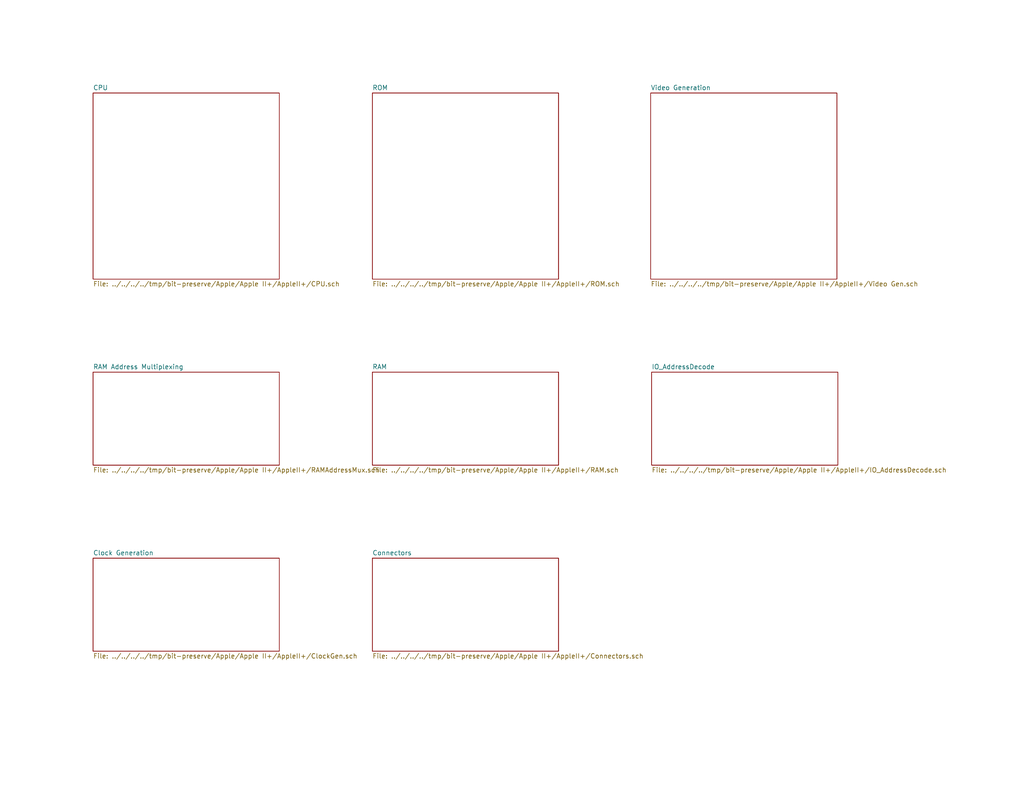
<source format=kicad_sch>
(kicad_sch (version 20230121) (generator eeschema)
  (paper "USLetter")
  (title_block (title "Apple II+ Schematic") (rev "0") (comment 1 "Captured from the Apple II Reference Manual (1979)"))
  (lib_symbols)
  (sheet (at 25.4 25.4) (size 50.8 50.8)
    (property "Sheetname" "CPU" (at 25.4 24.6884 0) (effects (justify left bottom)))
    (property "Sheetfile" "../../../../tmp/bit-preserve/Apple/Apple II+/AppleII+/CPU.sch" (at 25.4 76.7846 0) (effects (justify left top)))
  )
  (sheet (at 25.4 152.4) (size 50.8 25.4)
    (property "Sheetname" "Clock Generation" (at 25.4 151.6884 0) (effects (justify left bottom)))
    (property "Sheetfile" "../../../../tmp/bit-preserve/Apple/Apple II+/AppleII+/ClockGen.sch" (at 25.4 178.3846 0) (effects (justify left top)))
  )
  (sheet (at 177.8 101.6) (size 50.8 25.4)
    (property "Sheetname" "IO_AddressDecode" (at 177.8 100.8884 0) (effects (justify left bottom)))
    (property "Sheetfile" "../../../../tmp/bit-preserve/Apple/Apple II+/AppleII+/IO_AddressDecode.sch" (at 177.8 127.5846 0) (effects (justify left top)))
  )
  (sheet (at 25.4 101.6) (size 50.8 25.4)
    (property "Sheetname" "RAM Address Multiplexing" (at 25.4 100.8884 0) (effects (justify left bottom)))
    (property "Sheetfile" "../../../../tmp/bit-preserve/Apple/Apple II+/AppleII+/RAMAddressMux.sch" (at 25.4 127.5846 0) (effects (justify left top)))
  )
  (sheet (at 101.6 25.4) (size 50.8 50.8)
    (property "Sheetname" "ROM" (at 101.6 24.6884 0) (effects (justify left bottom)))
    (property "Sheetfile" "../../../../tmp/bit-preserve/Apple/Apple II+/AppleII+/ROM.sch" (at 101.6 76.7846 0) (effects (justify left top)))
  )
  (sheet (at 101.6 101.6) (size 50.8 25.4)
    (property "Sheetname" "RAM" (at 101.6 100.8884 0) (effects (justify left bottom)))
    (property "Sheetfile" "../../../../tmp/bit-preserve/Apple/Apple II+/AppleII+/RAM.sch" (at 101.6 127.5846 0) (effects (justify left top)))
  )
  (sheet (at 101.6 152.4) (size 50.8 25.4)
    (property "Sheetname" "Connectors" (at 101.6 151.6884 0) (effects (justify left bottom)))
    (property "Sheetfile" "../../../../tmp/bit-preserve/Apple/Apple II+/AppleII+/Connectors.sch" (at 101.6 178.3846 0) (effects (justify left top)))
  )
  (sheet (at 177.546 25.4) (size 50.8 50.8)
    (property "Sheetname" "Video Generation" (at 177.546 24.6884 0) (effects (justify left bottom)))
    (property "Sheetfile" "../../../../tmp/bit-preserve/Apple/Apple II+/AppleII+/Video Gen.sch" (at 177.546 76.7846 0) (effects (justify left top)))
  )
)
</source>
